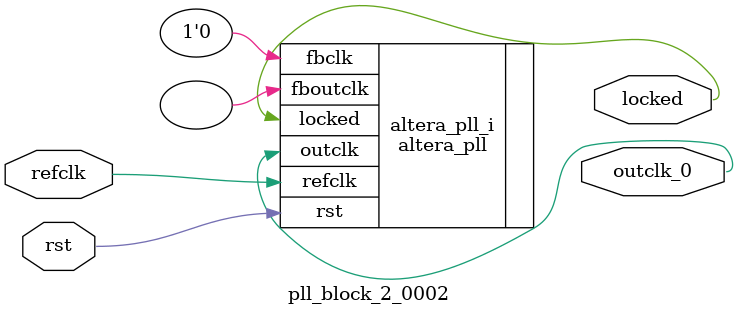
<source format=v>
`timescale 1ns/10ps
module  pll_block_2_0002(

	// interface 'refclk'
	input wire refclk,

	// interface 'reset'
	input wire rst,

	// interface 'outclk0'
	output wire outclk_0,

	// interface 'locked'
	output wire locked
);

	altera_pll #(
		.fractional_vco_multiplier("false"),
		.reference_clock_frequency("100.0 MHz"),
		.operation_mode("direct"),
		.number_of_clocks(1),
		.output_clock_frequency0("250.000000 MHz"),
		.phase_shift0("0 ps"),
		.duty_cycle0(50),
		.output_clock_frequency1("0 MHz"),
		.phase_shift1("0 ps"),
		.duty_cycle1(50),
		.output_clock_frequency2("0 MHz"),
		.phase_shift2("0 ps"),
		.duty_cycle2(50),
		.output_clock_frequency3("0 MHz"),
		.phase_shift3("0 ps"),
		.duty_cycle3(50),
		.output_clock_frequency4("0 MHz"),
		.phase_shift4("0 ps"),
		.duty_cycle4(50),
		.output_clock_frequency5("0 MHz"),
		.phase_shift5("0 ps"),
		.duty_cycle5(50),
		.output_clock_frequency6("0 MHz"),
		.phase_shift6("0 ps"),
		.duty_cycle6(50),
		.output_clock_frequency7("0 MHz"),
		.phase_shift7("0 ps"),
		.duty_cycle7(50),
		.output_clock_frequency8("0 MHz"),
		.phase_shift8("0 ps"),
		.duty_cycle8(50),
		.output_clock_frequency9("0 MHz"),
		.phase_shift9("0 ps"),
		.duty_cycle9(50),
		.output_clock_frequency10("0 MHz"),
		.phase_shift10("0 ps"),
		.duty_cycle10(50),
		.output_clock_frequency11("0 MHz"),
		.phase_shift11("0 ps"),
		.duty_cycle11(50),
		.output_clock_frequency12("0 MHz"),
		.phase_shift12("0 ps"),
		.duty_cycle12(50),
		.output_clock_frequency13("0 MHz"),
		.phase_shift13("0 ps"),
		.duty_cycle13(50),
		.output_clock_frequency14("0 MHz"),
		.phase_shift14("0 ps"),
		.duty_cycle14(50),
		.output_clock_frequency15("0 MHz"),
		.phase_shift15("0 ps"),
		.duty_cycle15(50),
		.output_clock_frequency16("0 MHz"),
		.phase_shift16("0 ps"),
		.duty_cycle16(50),
		.output_clock_frequency17("0 MHz"),
		.phase_shift17("0 ps"),
		.duty_cycle17(50),
		.pll_type("General"),
		.pll_subtype("General")
	) altera_pll_i (
		.rst	(rst),
		.outclk	({outclk_0}),
		.locked	(locked),
		.fboutclk	( ),
		.fbclk	(1'b0),
		.refclk	(refclk)
	);
endmodule


</source>
